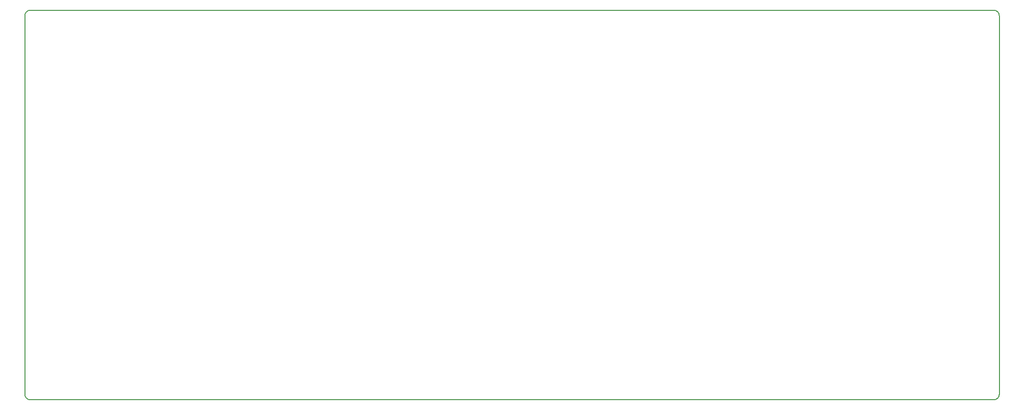
<source format=gbr>
G04 DipTrace 3.0.0.1*
G04 BoardOutline.gbr*
%MOIN*%
G04 #@! TF.FileFunction,Profile*
G04 #@! TF.Part,Single*
%ADD11C,0.005984*%
%FSLAX26Y26*%
G04*
G70*
G90*
G75*
G01*
G04 BoardOutline*
%LPD*%
X433071Y393701D2*
D11*
X7244094D1*
G03X7283465Y433071I-1J39371D01*
G01*
Y3110236D1*
G03X7244094Y3149606I-39371J-1D01*
G01*
X433071D1*
G03X393701Y3110236I1J-39371D01*
G01*
Y433071D1*
G03X433071Y393701I39371J1D01*
G01*
M02*

</source>
